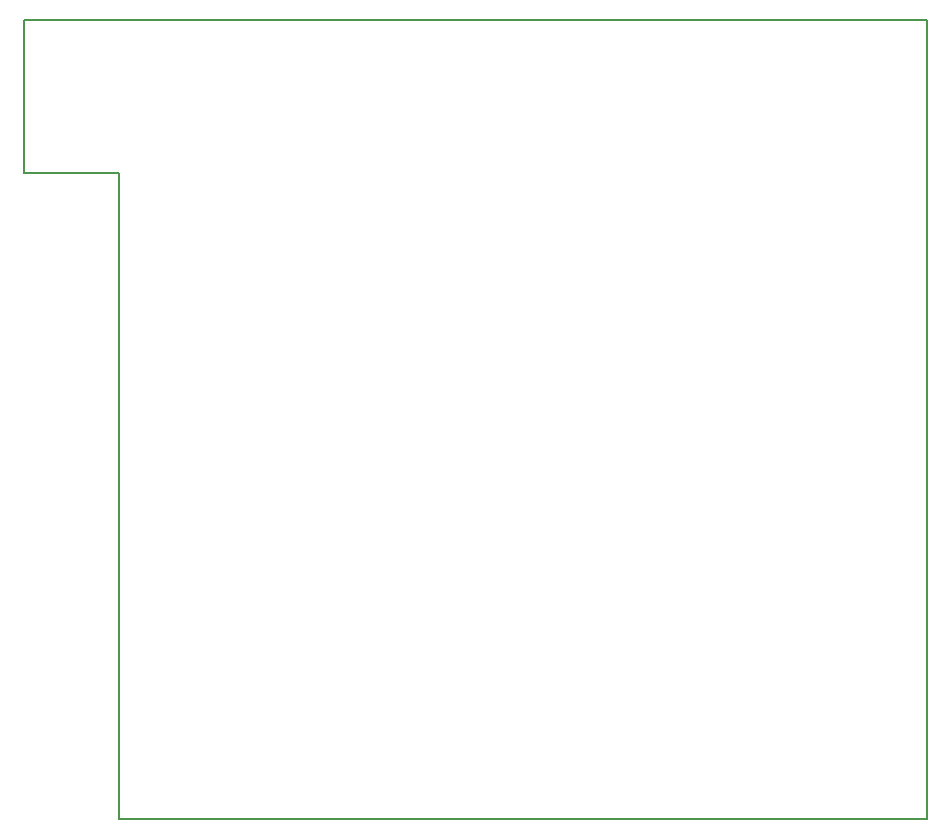
<source format=gko>
G04 Layer: BoardOutline*
G04 EasyEDA v6.4.7, 2021-01-11T10:17:57+08:00*
G04 90706c7a1cc54bb094bce230ef5c70c2,119f753a6ce64b8d841f2ad33262ab0c,10*
G04 Gerber Generator version 0.2*
G04 Scale: 100 percent, Rotated: No, Reflected: No *
G04 Dimensions in millimeters *
G04 leading zeros omitted , absolute positions ,3 integer and 3 decimal *
%FSLAX33Y33*%
%MOMM*%
G90*
D02*

%ADD10C,0.151994*%
G54D10*
G01X8072Y37338D02*
G01X8072Y54737D01*
G01X0Y54737D01*
G01X0Y67614D01*
G01X76525Y67614D01*
G01X76525Y0D01*
G01X8072Y0D01*
G01X8072Y37338D01*

%LPD*%
M00*
M02*

</source>
